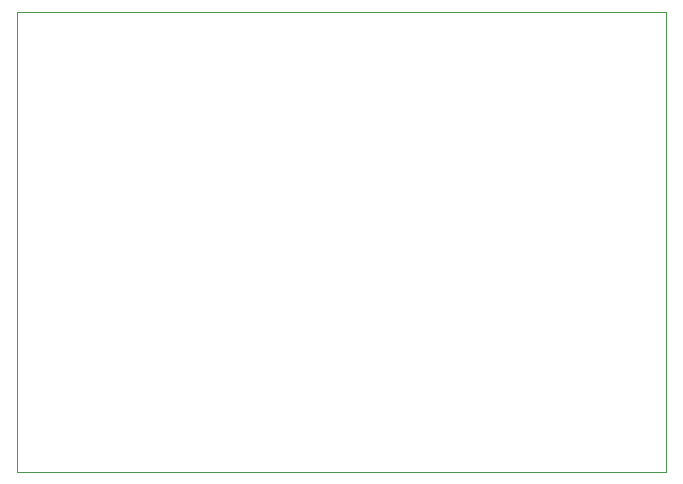
<source format=gbr>
%TF.GenerationSoftware,KiCad,Pcbnew,9.0.7*%
%TF.CreationDate,2026-02-03T13:50:29+02:00*%
%TF.ProjectId,TempMe_pcb,54656d70-4d65-45f7-9063-622e6b696361,0*%
%TF.SameCoordinates,Original*%
%TF.FileFunction,Profile,NP*%
%FSLAX46Y46*%
G04 Gerber Fmt 4.6, Leading zero omitted, Abs format (unit mm)*
G04 Created by KiCad (PCBNEW 9.0.7) date 2026-02-03 13:50:29*
%MOMM*%
%LPD*%
G01*
G04 APERTURE LIST*
%TA.AperFunction,Profile*%
%ADD10C,0.050000*%
%TD*%
G04 APERTURE END LIST*
D10*
X114000000Y-87000000D02*
X169000000Y-87000000D01*
X169000000Y-126000000D01*
X114000000Y-126000000D01*
X114000000Y-87000000D01*
M02*

</source>
